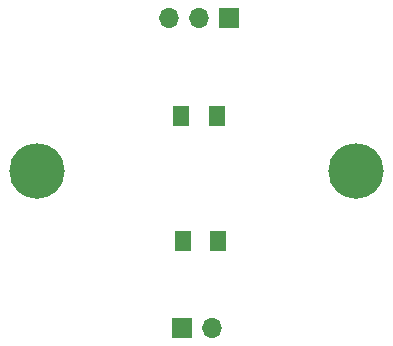
<source format=gbr>
%TF.GenerationSoftware,KiCad,Pcbnew,8.0.5*%
%TF.CreationDate,2024-09-21T18:14:30+02:00*%
%TF.ProjectId,KorryLargePCB_SMD,4b6f7272-794c-4617-9267-655043425f53,rev?*%
%TF.SameCoordinates,Original*%
%TF.FileFunction,Soldermask,Bot*%
%TF.FilePolarity,Negative*%
%FSLAX46Y46*%
G04 Gerber Fmt 4.6, Leading zero omitted, Abs format (unit mm)*
G04 Created by KiCad (PCBNEW 8.0.5) date 2024-09-21 18:14:30*
%MOMM*%
%LPD*%
G01*
G04 APERTURE LIST*
G04 Aperture macros list*
%AMRoundRect*
0 Rectangle with rounded corners*
0 $1 Rounding radius*
0 $2 $3 $4 $5 $6 $7 $8 $9 X,Y pos of 4 corners*
0 Add a 4 corners polygon primitive as box body*
4,1,4,$2,$3,$4,$5,$6,$7,$8,$9,$2,$3,0*
0 Add four circle primitives for the rounded corners*
1,1,$1+$1,$2,$3*
1,1,$1+$1,$4,$5*
1,1,$1+$1,$6,$7*
1,1,$1+$1,$8,$9*
0 Add four rect primitives between the rounded corners*
20,1,$1+$1,$2,$3,$4,$5,0*
20,1,$1+$1,$4,$5,$6,$7,0*
20,1,$1+$1,$6,$7,$8,$9,0*
20,1,$1+$1,$8,$9,$2,$3,0*%
G04 Aperture macros list end*
%ADD10R,1.700000X1.700000*%
%ADD11O,1.700000X1.700000*%
%ADD12C,3.100000*%
%ADD13C,4.700000*%
%ADD14RoundRect,0.250001X0.462499X0.624999X-0.462499X0.624999X-0.462499X-0.624999X0.462499X-0.624999X0*%
G04 APERTURE END LIST*
D10*
%TO.C,J2*%
X59750000Y-49250000D03*
D11*
X62290000Y-49250000D03*
%TD*%
D10*
%TO.C,J1*%
X63750000Y-23000000D03*
D11*
X61210000Y-23000000D03*
X58670000Y-23000000D03*
%TD*%
D12*
%TO.C,H2*%
X74500000Y-36000000D03*
D13*
X74500000Y-36000000D03*
%TD*%
D12*
%TO.C,H1*%
X47500000Y-36000000D03*
D13*
X47500000Y-36000000D03*
%TD*%
D14*
%TO.C,DG-1*%
X62687500Y-31300000D03*
X59712500Y-31300000D03*
%TD*%
%TO.C,DW-1*%
X62787500Y-41900000D03*
X59812500Y-41900000D03*
%TD*%
M02*

</source>
